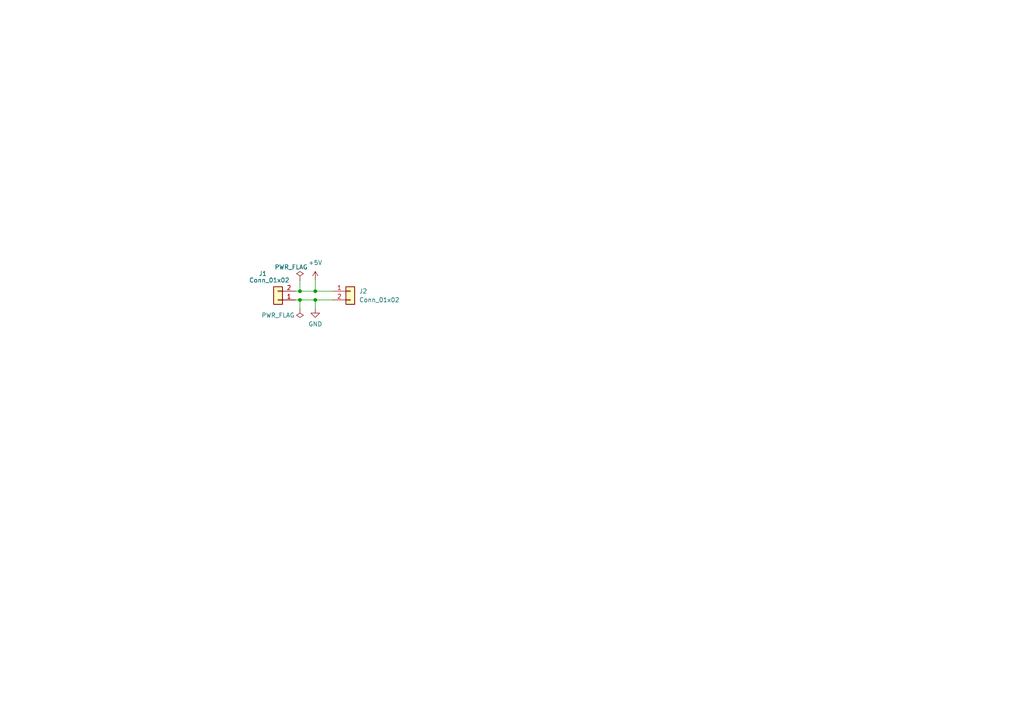
<source format=kicad_sch>
(kicad_sch (version 20231120) (generator "eeschema") (generator_version "8.0")
  (paper "A4")
  (lib_symbols
    (symbol "Connector_Generic:Conn_01x02" (pin_names (offset 1.016) hide)
      (property "Reference" "J" (at 0 2.54 0))
      (property "Value" "Conn_01x02" (at 0 -5.08 0))
      (symbol "Conn_01x02_1_1"
        (rectangle (start -1.27 -2.413) (end 0 -2.667) (stroke (width 0.1524)))
        (rectangle (start -1.27 0.127) (end 0 -0.127) (stroke (width 0.1524)))
        (rectangle (start -1.27 1.27) (end 1.27 -3.81) (stroke (width 0.254)) (fill (type background)))
        (pin passive line (at -5.08 0 0) (length 3.81) (name "Pin_1") (number "1"))
        (pin passive line (at -5.08 -2.54 0) (length 3.81) (name "Pin_2") (number "2"))
      )
    )
    (symbol "power:+5V" (power) (pin_names (offset 0))
      (property "Value" "+5V" (at 0 3.556 0))
      (symbol "+5V_0_1"
        (polyline (pts (xy -0.762 1.27) (xy 0 2.54)))
        (polyline (pts (xy 0 0) (xy 0 2.54)))
        (polyline (pts (xy 0 2.54) (xy 0.762 1.27)))
      )
      (symbol "+5V_1_1"
        (pin power_in line (at 0 0 90) (length 0) hide (name "+5V") (number "1"))
      )
    )
    (symbol "power:GND" (power) (pin_names (offset 0))
      (property "Value" "GND" (at 0 -3.81 0))
      (symbol "GND_0_1"
        (polyline (pts (xy 0 0) (xy 0 -1.27) (xy 1.27 -1.27) (xy 0 -2.54) (xy -1.27 -1.27) (xy 0 -1.27)))
      )
      (symbol "GND_1_1"
        (pin power_in line (at 0 0 270) (length 0) hide (name "GND") (number "1"))
      )
    )
    (symbol "power:PWR_FLAG" (power) (pin_numbers hide) (pin_names (offset 0) hide)
      (property "Value" "PWR_FLAG" (at 0 3.81 0))
      (symbol "PWR_FLAG_0_0"
        (pin power_out line (at 0 0 90) (length 0) (name "pwr") (number "1"))
      )
      (symbol "PWR_FLAG_0_1"
        (polyline (pts (xy 0 0) (xy 0 1.27) (xy -1.016 1.905) (xy 0 2.54) (xy 1.016 1.905) (xy 0 1.27)))
      )
    )
  )
  (junction (at 86.995 84.455))
  (junction (at 86.995 86.995))
  (junction (at 91.44 86.995))
  (junction (at 91.44 84.455))
  (wire (pts (xy 91.44 86.995) (xy 91.44 89.535)))
  (wire (pts (xy 91.44 84.455) (xy 96.52 84.455)))
  (wire (pts (xy 86.995 86.995) (xy 86.995 89.535)))
  (wire (pts (xy 86.995 86.995) (xy 91.44 86.995)))
  (wire (pts (xy 85.725 86.995) (xy 86.995 86.995)))
  (wire (pts (xy 85.725 84.455) (xy 86.995 84.455)))
  (wire (pts (xy 86.995 81.28) (xy 86.995 84.455)))
  (wire (pts (xy 91.44 81.28) (xy 91.44 84.455)))
  (wire (pts (xy 86.995 84.455) (xy 91.44 84.455)))
  (wire (pts (xy 91.44 86.995) (xy 96.52 86.995)))
  (symbol (lib_id "power:+5V") (at 91.44 81.28 0) (unit 1)
    (property "Reference" "#PWR01" (effects (hide yes)))
    (property "Value" "+5V" (at 91.44 76.2 0))
  )
  (symbol (lib_id "power:GND") (at 91.44 89.535 0) (unit 1)
    (property "Reference" "#PWR02" (effects (hide yes)))
    (property "Value" "GND" (at 91.44 93.98 0))
  )
  (symbol (lib_id "power:PWR_FLAG") (at 86.995 89.535 180) (unit 1)
    (property "Reference" "#FLG02" (effects (hide yes)))
    (property "Value" "PWR_FLAG" (at 80.645 91.44 0))
  )
  (symbol (lib_id "power:PWR_FLAG") (at 86.995 81.28 0) (unit 1)
    (property "Reference" "#FLG01" (effects (hide yes)))
    (property "Value" "PWR_FLAG" (at 84.455 77.47 0))
  )
  (symbol (lib_id "Connector_Generic:Conn_01x02") (at 80.645 86.995 180) (unit 1)
    (property "Reference" "J1" (at 76.2 79.375 0))
    (property "Value" "Conn_01x02" (at 78.105 81.28 0))
  )
  (symbol (lib_id "Connector_Generic:Conn_01x02") (at 101.6 84.455 0) (unit 1)
    (property "Reference" "J2" (at 104.14 84.455 0) (effects (justify left)))
    (property "Value" "Conn_01x02" (at 104.14 86.995 0) (effects (justify left)))
  )
)
</source>
